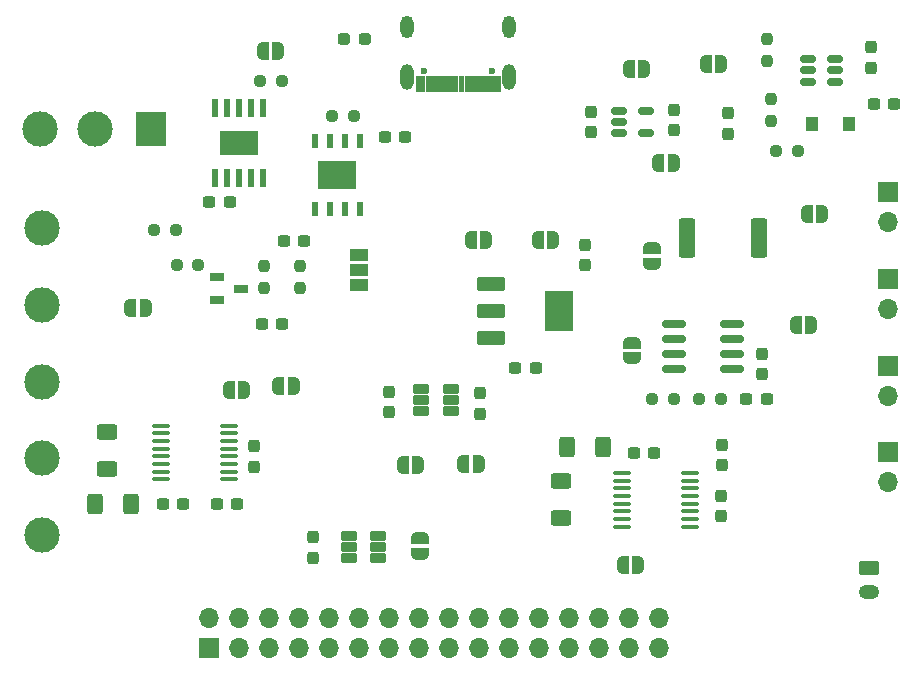
<source format=gbr>
%TF.GenerationSoftware,KiCad,Pcbnew,8.0.8*%
%TF.CreationDate,2025-03-28T16:38:00+02:00*%
%TF.ProjectId,Power_Module,506f7765-725f-44d6-9f64-756c652e6b69,1*%
%TF.SameCoordinates,Original*%
%TF.FileFunction,Soldermask,Top*%
%TF.FilePolarity,Negative*%
%FSLAX46Y46*%
G04 Gerber Fmt 4.6, Leading zero omitted, Abs format (unit mm)*
G04 Created by KiCad (PCBNEW 8.0.8) date 2025-03-28 16:38:00*
%MOMM*%
%LPD*%
G01*
G04 APERTURE LIST*
G04 Aperture macros list*
%AMRoundRect*
0 Rectangle with rounded corners*
0 $1 Rounding radius*
0 $2 $3 $4 $5 $6 $7 $8 $9 X,Y pos of 4 corners*
0 Add a 4 corners polygon primitive as box body*
4,1,4,$2,$3,$4,$5,$6,$7,$8,$9,$2,$3,0*
0 Add four circle primitives for the rounded corners*
1,1,$1+$1,$2,$3*
1,1,$1+$1,$4,$5*
1,1,$1+$1,$6,$7*
1,1,$1+$1,$8,$9*
0 Add four rect primitives between the rounded corners*
20,1,$1+$1,$2,$3,$4,$5,0*
20,1,$1+$1,$4,$5,$6,$7,0*
20,1,$1+$1,$6,$7,$8,$9,0*
20,1,$1+$1,$8,$9,$2,$3,0*%
%AMFreePoly0*
4,1,19,0.500000,-0.750000,0.000000,-0.750000,0.000000,-0.744911,-0.071157,-0.744911,-0.207708,-0.704816,-0.327430,-0.627875,-0.420627,-0.520320,-0.479746,-0.390866,-0.500000,-0.250000,-0.500000,0.250000,-0.479746,0.390866,-0.420627,0.520320,-0.327430,0.627875,-0.207708,0.704816,-0.071157,0.744911,0.000000,0.744911,0.000000,0.750000,0.500000,0.750000,0.500000,-0.750000,0.500000,-0.750000,
$1*%
%AMFreePoly1*
4,1,19,0.000000,0.744911,0.071157,0.744911,0.207708,0.704816,0.327430,0.627875,0.420627,0.520320,0.479746,0.390866,0.500000,0.250000,0.500000,-0.250000,0.479746,-0.390866,0.420627,-0.520320,0.327430,-0.627875,0.207708,-0.704816,0.071157,-0.744911,0.000000,-0.744911,0.000000,-0.750000,-0.500000,-0.750000,-0.500000,0.750000,0.000000,0.750000,0.000000,0.744911,0.000000,0.744911,
$1*%
G04 Aperture macros list end*
%ADD10C,0.010000*%
%ADD11R,1.700000X1.700000*%
%ADD12O,1.700000X1.700000*%
%ADD13RoundRect,0.237500X0.237500X-0.300000X0.237500X0.300000X-0.237500X0.300000X-0.237500X-0.300000X0*%
%ADD14R,1.250013X0.700000*%
%ADD15RoundRect,0.250000X0.625000X-0.400000X0.625000X0.400000X-0.625000X0.400000X-0.625000X-0.400000X0*%
%ADD16C,3.000000*%
%ADD17R,0.600000X1.200000*%
%ADD18R,3.300000X2.400000*%
%ADD19FreePoly0,90.000000*%
%ADD20FreePoly1,90.000000*%
%ADD21RoundRect,0.237500X0.237500X-0.250000X0.237500X0.250000X-0.237500X0.250000X-0.237500X-0.250000X0*%
%ADD22RoundRect,0.100000X-0.637500X-0.100000X0.637500X-0.100000X0.637500X0.100000X-0.637500X0.100000X0*%
%ADD23FreePoly0,180.000000*%
%ADD24FreePoly1,180.000000*%
%ADD25RoundRect,0.237500X-0.237500X0.250000X-0.237500X-0.250000X0.237500X-0.250000X0.237500X0.250000X0*%
%ADD26RoundRect,0.098000X-0.609000X-0.294000X0.609000X-0.294000X0.609000X0.294000X-0.609000X0.294000X0*%
%ADD27RoundRect,0.237500X-0.237500X0.300000X-0.237500X-0.300000X0.237500X-0.300000X0.237500X0.300000X0*%
%ADD28FreePoly0,0.000000*%
%ADD29FreePoly1,0.000000*%
%ADD30RoundRect,0.237500X0.250000X0.237500X-0.250000X0.237500X-0.250000X-0.237500X0.250000X-0.237500X0*%
%ADD31C,0.600000*%
%ADD32O,1.104000X2.204000*%
%ADD33O,1.104000X1.904000*%
%ADD34RoundRect,0.150000X-0.512500X-0.150000X0.512500X-0.150000X0.512500X0.150000X-0.512500X0.150000X0*%
%ADD35RoundRect,0.237500X-0.300000X-0.237500X0.300000X-0.237500X0.300000X0.237500X-0.300000X0.237500X0*%
%ADD36RoundRect,0.102000X-1.075000X-0.475000X1.075000X-0.475000X1.075000X0.475000X-1.075000X0.475000X0*%
%ADD37RoundRect,0.102000X-1.075000X-1.625000X1.075000X-1.625000X1.075000X1.625000X-1.075000X1.625000X0*%
%ADD38R,0.600000X1.500000*%
%ADD39R,3.300000X2.100000*%
%ADD40RoundRect,0.237500X-0.250000X-0.237500X0.250000X-0.237500X0.250000X0.237500X-0.250000X0.237500X0*%
%ADD41RoundRect,0.237500X0.300000X0.237500X-0.300000X0.237500X-0.300000X-0.237500X0.300000X-0.237500X0*%
%ADD42RoundRect,0.250000X-0.625000X0.350000X-0.625000X-0.350000X0.625000X-0.350000X0.625000X0.350000X0*%
%ADD43O,1.750000X1.200000*%
%ADD44RoundRect,0.150000X-0.825000X-0.150000X0.825000X-0.150000X0.825000X0.150000X-0.825000X0.150000X0*%
%ADD45RoundRect,0.250000X-0.400000X-0.625000X0.400000X-0.625000X0.400000X0.625000X-0.400000X0.625000X0*%
%ADD46R,2.500000X3.000000*%
%ADD47R,1.000000X1.200000*%
%ADD48RoundRect,0.249999X-0.450001X-1.425001X0.450001X-1.425001X0.450001X1.425001X-0.450001X1.425001X0*%
%ADD49RoundRect,0.237500X0.237500X-0.287500X0.237500X0.287500X-0.237500X0.287500X-0.237500X-0.287500X0*%
%ADD50R,1.500000X1.000000*%
%ADD51RoundRect,0.237500X-0.287500X-0.237500X0.287500X-0.237500X0.287500X0.237500X-0.287500X0.237500X0*%
G04 APERTURE END LIST*
D10*
%TO.C,J7*%
X130400000Y-76370000D02*
X129700000Y-76370000D01*
X129700000Y-75130000D01*
X130400000Y-75130000D01*
X130400000Y-76370000D01*
G36*
X130400000Y-76370000D02*
G01*
X129700000Y-76370000D01*
X129700000Y-75130000D01*
X130400000Y-75130000D01*
X130400000Y-76370000D01*
G37*
X131200000Y-76370000D02*
X130500000Y-76370000D01*
X130500000Y-75130000D01*
X131200000Y-75130000D01*
X131200000Y-76370000D01*
G36*
X131200000Y-76370000D02*
G01*
X130500000Y-76370000D01*
X130500000Y-75130000D01*
X131200000Y-75130000D01*
X131200000Y-76370000D01*
G37*
X131700000Y-76370000D02*
X131300000Y-76370000D01*
X131300000Y-75130000D01*
X131700000Y-75130000D01*
X131700000Y-76370000D01*
G36*
X131700000Y-76370000D02*
G01*
X131300000Y-76370000D01*
X131300000Y-75130000D01*
X131700000Y-75130000D01*
X131700000Y-76370000D01*
G37*
X132200000Y-76370000D02*
X131800000Y-76370000D01*
X131800000Y-75130000D01*
X132200000Y-75130000D01*
X132200000Y-76370000D01*
G36*
X132200000Y-76370000D02*
G01*
X131800000Y-76370000D01*
X131800000Y-75130000D01*
X132200000Y-75130000D01*
X132200000Y-76370000D01*
G37*
X132700000Y-76370000D02*
X132300000Y-76370000D01*
X132300000Y-75130000D01*
X132700000Y-75130000D01*
X132700000Y-76370000D01*
G36*
X132700000Y-76370000D02*
G01*
X132300000Y-76370000D01*
X132300000Y-75130000D01*
X132700000Y-75130000D01*
X132700000Y-76370000D01*
G37*
X133200000Y-76370000D02*
X132800000Y-76370000D01*
X132800000Y-75130000D01*
X133200000Y-75130000D01*
X133200000Y-76370000D01*
G36*
X133200000Y-76370000D02*
G01*
X132800000Y-76370000D01*
X132800000Y-75130000D01*
X133200000Y-75130000D01*
X133200000Y-76370000D01*
G37*
X133700000Y-76370000D02*
X133300000Y-76370000D01*
X133300000Y-75130000D01*
X133700000Y-75130000D01*
X133700000Y-76370000D01*
G36*
X133700000Y-76370000D02*
G01*
X133300000Y-76370000D01*
X133300000Y-75130000D01*
X133700000Y-75130000D01*
X133700000Y-76370000D01*
G37*
X134200000Y-76370000D02*
X133800000Y-76370000D01*
X133800000Y-75130000D01*
X134200000Y-75130000D01*
X134200000Y-76370000D01*
G36*
X134200000Y-76370000D02*
G01*
X133800000Y-76370000D01*
X133800000Y-75130000D01*
X134200000Y-75130000D01*
X134200000Y-76370000D01*
G37*
X134700000Y-76370000D02*
X134300000Y-76370000D01*
X134300000Y-75130000D01*
X134700000Y-75130000D01*
X134700000Y-76370000D01*
G36*
X134700000Y-76370000D02*
G01*
X134300000Y-76370000D01*
X134300000Y-75130000D01*
X134700000Y-75130000D01*
X134700000Y-76370000D01*
G37*
X135200000Y-76370000D02*
X134800000Y-76370000D01*
X134800000Y-75130000D01*
X135200000Y-75130000D01*
X135200000Y-76370000D01*
G36*
X135200000Y-76370000D02*
G01*
X134800000Y-76370000D01*
X134800000Y-75130000D01*
X135200000Y-75130000D01*
X135200000Y-76370000D01*
G37*
X136000000Y-76370000D02*
X135300000Y-76370000D01*
X135300000Y-75130000D01*
X136000000Y-75130000D01*
X136000000Y-76370000D01*
G36*
X136000000Y-76370000D02*
G01*
X135300000Y-76370000D01*
X135300000Y-75130000D01*
X136000000Y-75130000D01*
X136000000Y-76370000D01*
G37*
X136800000Y-76370000D02*
X136100000Y-76370000D01*
X136100000Y-75130000D01*
X136800000Y-75130000D01*
X136800000Y-76370000D01*
G36*
X136800000Y-76370000D02*
G01*
X136100000Y-76370000D01*
X136100000Y-75130000D01*
X136800000Y-75130000D01*
X136800000Y-76370000D01*
G37*
%TD*%
D11*
%TO.C,J3*%
X169650000Y-106960000D03*
D12*
X169650000Y-109500000D03*
%TD*%
D13*
%TO.C,C12*%
X156090000Y-79992500D03*
X156090000Y-78267500D03*
%TD*%
%TO.C,C5*%
X155552500Y-108075000D03*
X155552500Y-106350000D03*
%TD*%
D14*
%TO.C,U7*%
X112850000Y-92170038D03*
X112850000Y-94069962D03*
X114850000Y-93120000D03*
%TD*%
D15*
%TO.C,R3*%
X142000000Y-112550000D03*
X142000000Y-109450000D03*
%TD*%
D16*
%TO.C,TP2*%
X98000000Y-94500000D03*
%TD*%
D17*
%TO.C,U5*%
X121094996Y-86408306D03*
X122364999Y-86408306D03*
X123635001Y-86408306D03*
X124905004Y-86408306D03*
X124905004Y-80591694D03*
X123635001Y-80591694D03*
X122364999Y-80591694D03*
X121094996Y-80591694D03*
D18*
X123000000Y-83500000D03*
%TD*%
D16*
%TO.C,TP3*%
X98000000Y-88000000D03*
%TD*%
D19*
%TO.C,JP15*%
X130000000Y-115550000D03*
D20*
X130000000Y-114250000D03*
%TD*%
D21*
%TO.C,R15*%
X159400000Y-73842500D03*
X159400000Y-72017500D03*
%TD*%
D16*
%TO.C,TP4*%
X98000000Y-107500000D03*
%TD*%
D22*
%TO.C,U1*%
X108137500Y-104725000D03*
X108137500Y-105375000D03*
X108137500Y-106025000D03*
X108137500Y-106675000D03*
X108137500Y-107325000D03*
X108137500Y-107975000D03*
X108137500Y-108625000D03*
X108137500Y-109275000D03*
X113862500Y-109275000D03*
X113862500Y-108625000D03*
X113862500Y-107975000D03*
X113862500Y-107325000D03*
X113862500Y-106675000D03*
X113862500Y-106025000D03*
X113862500Y-105375000D03*
X113862500Y-104725000D03*
%TD*%
D23*
%TO.C,JP1*%
X115137500Y-101700000D03*
D24*
X113837500Y-101700000D03*
%TD*%
D25*
%TO.C,R12*%
X116850000Y-91207500D03*
X116850000Y-93032500D03*
%TD*%
D26*
%TO.C,U3*%
X130120000Y-101620000D03*
X130120000Y-102570000D03*
X130120000Y-103520000D03*
X132630000Y-103520000D03*
X132630000Y-102570000D03*
X132630000Y-101620000D03*
%TD*%
D27*
%TO.C,C13*%
X143990000Y-89397500D03*
X143990000Y-91122500D03*
%TD*%
D28*
%TO.C,JP20*%
X133690000Y-108010000D03*
D29*
X134990000Y-108010000D03*
%TD*%
D28*
%TO.C,JP10*%
X140000000Y-89000000D03*
D29*
X141300000Y-89000000D03*
%TD*%
D11*
%TO.C,J6*%
X169650000Y-84975000D03*
D12*
X169650000Y-87515000D03*
%TD*%
D30*
%TO.C,R7*%
X151500000Y-102500000D03*
X149675000Y-102500000D03*
%TD*%
D28*
%TO.C,JP2*%
X147200000Y-116500000D03*
D29*
X148500000Y-116500000D03*
%TD*%
D31*
%TO.C,J7*%
X136140000Y-74680000D03*
X130360000Y-74680000D03*
D32*
X137575000Y-75170000D03*
X128925000Y-75170000D03*
D33*
X137575000Y-71000000D03*
X128925000Y-71000000D03*
%TD*%
D11*
%TO.C,J4*%
X169650000Y-99631700D03*
D12*
X169650000Y-102171700D03*
%TD*%
D28*
%TO.C,JP12*%
X162800000Y-86840000D03*
D29*
X164100000Y-86840000D03*
%TD*%
D34*
%TO.C,U10*%
X146862500Y-78050000D03*
X146862500Y-79000000D03*
X146862500Y-79950000D03*
X149137500Y-79950000D03*
X149137500Y-78050000D03*
%TD*%
D28*
%TO.C,JP8*%
X105490000Y-94730000D03*
D29*
X106790000Y-94730000D03*
%TD*%
D13*
%TO.C,C17*%
X151500000Y-79725000D03*
X151500000Y-78000000D03*
%TD*%
D30*
%TO.C,R6*%
X155500000Y-102500000D03*
X153675000Y-102500000D03*
%TD*%
D35*
%TO.C,C15*%
X168427500Y-77500000D03*
X170152500Y-77500000D03*
%TD*%
D36*
%TO.C,VR1*%
X136000000Y-92700000D03*
X136000000Y-95000000D03*
X136000000Y-97300000D03*
D37*
X141800000Y-95000000D03*
%TD*%
D19*
%TO.C,JP5*%
X148000000Y-99000000D03*
D20*
X148000000Y-97700000D03*
%TD*%
D21*
%TO.C,R13*%
X119850000Y-93032500D03*
X119850000Y-91207500D03*
%TD*%
D22*
%TO.C,U2*%
X147137500Y-108725000D03*
X147137500Y-109375000D03*
X147137500Y-110025000D03*
X147137500Y-110675000D03*
X147137500Y-111325000D03*
X147137500Y-111975000D03*
X147137500Y-112625000D03*
X147137500Y-113275000D03*
X152862500Y-113275000D03*
X152862500Y-112625000D03*
X152862500Y-111975000D03*
X152862500Y-111325000D03*
X152862500Y-110675000D03*
X152862500Y-110025000D03*
X152862500Y-109375000D03*
X152862500Y-108725000D03*
%TD*%
D28*
%TO.C,JP19*%
X128560000Y-108060000D03*
D29*
X129860000Y-108060000D03*
%TD*%
D30*
%TO.C,R16*%
X161992500Y-81480000D03*
X160167500Y-81480000D03*
%TD*%
%TO.C,R10*%
X124412500Y-78500000D03*
X122587500Y-78500000D03*
%TD*%
D35*
%TO.C,C2*%
X112837500Y-111335000D03*
X114562500Y-111335000D03*
%TD*%
D28*
%TO.C,JP17*%
X118037500Y-101375000D03*
D29*
X119337500Y-101375000D03*
%TD*%
D38*
%TO.C,U6*%
X112700076Y-83790027D03*
X113700076Y-83790027D03*
X114700076Y-83790027D03*
X115700076Y-83790027D03*
X116700076Y-83790027D03*
X116700076Y-77790027D03*
X115700076Y-77789773D03*
X114700076Y-77789773D03*
X113700076Y-77789773D03*
X112700076Y-77790027D03*
D39*
X114700076Y-80789773D03*
%TD*%
D40*
%TO.C,R11*%
X109437500Y-91120000D03*
X111262500Y-91120000D03*
%TD*%
D41*
%TO.C,C9*%
X120212500Y-89120000D03*
X118487500Y-89120000D03*
%TD*%
%TO.C,C20*%
X118350000Y-96120000D03*
X116625000Y-96120000D03*
%TD*%
D19*
%TO.C,JP4*%
X149700000Y-91000000D03*
D20*
X149700000Y-89700000D03*
%TD*%
D42*
%TO.C,J2*%
X168060000Y-116780000D03*
D43*
X168060000Y-118780000D03*
%TD*%
D23*
%TO.C,JP11*%
X135650000Y-89000000D03*
D24*
X134350000Y-89000000D03*
%TD*%
D35*
%TO.C,C11*%
X112200100Y-85789800D03*
X113925100Y-85789800D03*
%TD*%
D27*
%TO.C,C18*%
X121000000Y-114187500D03*
X121000000Y-115912500D03*
%TD*%
D44*
%TO.C,U4*%
X151525000Y-96095000D03*
X151525000Y-97365000D03*
X151525000Y-98635000D03*
X151525000Y-99905000D03*
X156475000Y-99905000D03*
X156475000Y-98635000D03*
X156475000Y-97365000D03*
X156475000Y-96095000D03*
%TD*%
D35*
%TO.C,C4*%
X148137500Y-107000000D03*
X149862500Y-107000000D03*
%TD*%
D27*
%TO.C,C16*%
X144500000Y-78137500D03*
X144500000Y-79862500D03*
%TD*%
D13*
%TO.C,C7*%
X159000000Y-100362500D03*
X159000000Y-98637500D03*
%TD*%
D41*
%TO.C,C8*%
X159362500Y-102500000D03*
X157637500Y-102500000D03*
%TD*%
D27*
%TO.C,C22*%
X127390000Y-101847500D03*
X127390000Y-103572500D03*
%TD*%
D30*
%TO.C,R9*%
X118325100Y-75499900D03*
X116500100Y-75499900D03*
%TD*%
%TO.C,R8*%
X109350100Y-88119800D03*
X107525100Y-88119800D03*
%TD*%
D28*
%TO.C,JP9*%
X154250000Y-74110000D03*
D29*
X155550000Y-74110000D03*
%TD*%
D45*
%TO.C,R4*%
X142450000Y-106500000D03*
X145550000Y-106500000D03*
%TD*%
D23*
%TO.C,JP13*%
X149000000Y-74500000D03*
D24*
X147700000Y-74500000D03*
%TD*%
D45*
%TO.C,R2*%
X102482500Y-111315000D03*
X105582500Y-111315000D03*
%TD*%
D27*
%TO.C,C23*%
X135110000Y-101997500D03*
X135110000Y-103722500D03*
%TD*%
D34*
%TO.C,U8*%
X162872500Y-73700000D03*
X162872500Y-74650000D03*
X162872500Y-75600000D03*
X165147500Y-75600000D03*
X165147500Y-74650000D03*
X165147500Y-73700000D03*
%TD*%
D35*
%TO.C,C1*%
X108275000Y-111325000D03*
X110000000Y-111325000D03*
%TD*%
D28*
%TO.C,JP7*%
X116700100Y-72999900D03*
D29*
X118000100Y-72999900D03*
%TD*%
D11*
%TO.C,J1*%
X112140000Y-123540000D03*
D12*
X112140000Y-121000000D03*
X114680000Y-123540000D03*
X114680000Y-121000000D03*
X117220000Y-123540000D03*
X117220000Y-121000000D03*
X119760000Y-123540000D03*
X119760000Y-121000000D03*
X122300000Y-123540000D03*
X122300000Y-121000000D03*
X124840000Y-123540000D03*
X124840000Y-121000000D03*
X127380000Y-123540000D03*
X127380000Y-121000000D03*
X129920000Y-123540000D03*
X129920000Y-121000000D03*
X132460000Y-123540000D03*
X132460000Y-121000000D03*
X135000000Y-123540000D03*
X135000000Y-121000000D03*
X137540000Y-123540000D03*
X137540000Y-121000000D03*
X140080000Y-123540000D03*
X140080000Y-121000000D03*
X142620000Y-123540000D03*
X142620000Y-121000000D03*
X145160000Y-123540000D03*
X145160000Y-121000000D03*
X147700000Y-123540000D03*
X147700000Y-121000000D03*
X150240000Y-123540000D03*
X150240000Y-121000000D03*
%TD*%
D28*
%TO.C,JP14*%
X150200000Y-82500000D03*
D29*
X151500000Y-82500000D03*
%TD*%
D28*
%TO.C,JP3*%
X161840000Y-96240000D03*
D29*
X163140000Y-96240000D03*
%TD*%
D27*
%TO.C,C3*%
X116000000Y-106462500D03*
X116000000Y-108187500D03*
%TD*%
D46*
%TO.C,U12*%
X107225025Y-79583500D03*
D16*
X102525000Y-79583500D03*
X97824975Y-79583500D03*
%TD*%
D35*
%TO.C,C14*%
X138107500Y-99830000D03*
X139832500Y-99830000D03*
%TD*%
D47*
%TO.C,U9*%
X163220089Y-79170000D03*
X166319911Y-79170000D03*
%TD*%
D26*
%TO.C,U11*%
X124000000Y-114050000D03*
X124000000Y-115000000D03*
X124000000Y-115950000D03*
X126510000Y-115950000D03*
X126510000Y-115000000D03*
X126510000Y-114050000D03*
%TD*%
D48*
%TO.C,R5*%
X152660000Y-88860000D03*
X158760000Y-88860000D03*
%TD*%
D35*
%TO.C,C10*%
X127047500Y-80300000D03*
X128772500Y-80300000D03*
%TD*%
D15*
%TO.C,R1*%
X103500000Y-108375000D03*
X103500000Y-105275000D03*
%TD*%
D49*
%TO.C,L1*%
X168240000Y-74435000D03*
X168240000Y-72685000D03*
%TD*%
D27*
%TO.C,C6*%
X155500000Y-110637500D03*
X155500000Y-112362500D03*
%TD*%
D16*
%TO.C,TP1*%
X98010000Y-114020000D03*
%TD*%
%TO.C,TP5*%
X98000000Y-101000000D03*
%TD*%
D11*
%TO.C,J5*%
X169650000Y-92303300D03*
D12*
X169650000Y-94843300D03*
%TD*%
D50*
%TO.C,JP6*%
X124872500Y-90240000D03*
X124872500Y-91540000D03*
X124872500Y-92840000D03*
%TD*%
D25*
%TO.C,R14*%
X159740000Y-77095000D03*
X159740000Y-78920000D03*
%TD*%
D51*
%TO.C,D1*%
X123625000Y-72000000D03*
X125375000Y-72000000D03*
%TD*%
M02*

</source>
